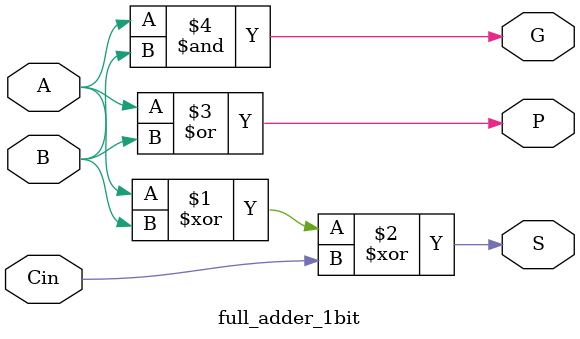
<source format=v>
module full_adder_1bit(S,P,G,A,B,Cin);
  input A;
  input B;
  input Cin;	// Carry in bit
  output S;		// Sum of addition
  output P;	  // propogate bit
  output G;   // generate bit
  
  // Sum is XOR of all inputs
  assign S = A ^ B ^ Cin;
  
  // propagate bit is one if A or B are one
  assign P = A | B;
  
  // generate bit is one if A and B are one
  assign G = A & B;

endmodule
</source>
